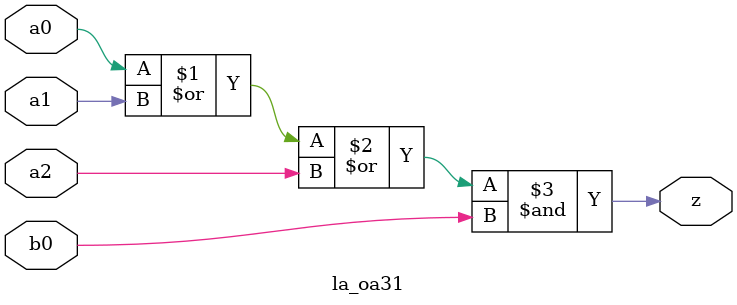
<source format=v>


module la_oa31 #(
    parameter PROP = "DEFAULT"
) (
    input  a0,
    input  a1,
    input  a2,
    input  b0,
    output z
);

    assign z = (a0 | a1 | a2) & b0;

endmodule

</source>
